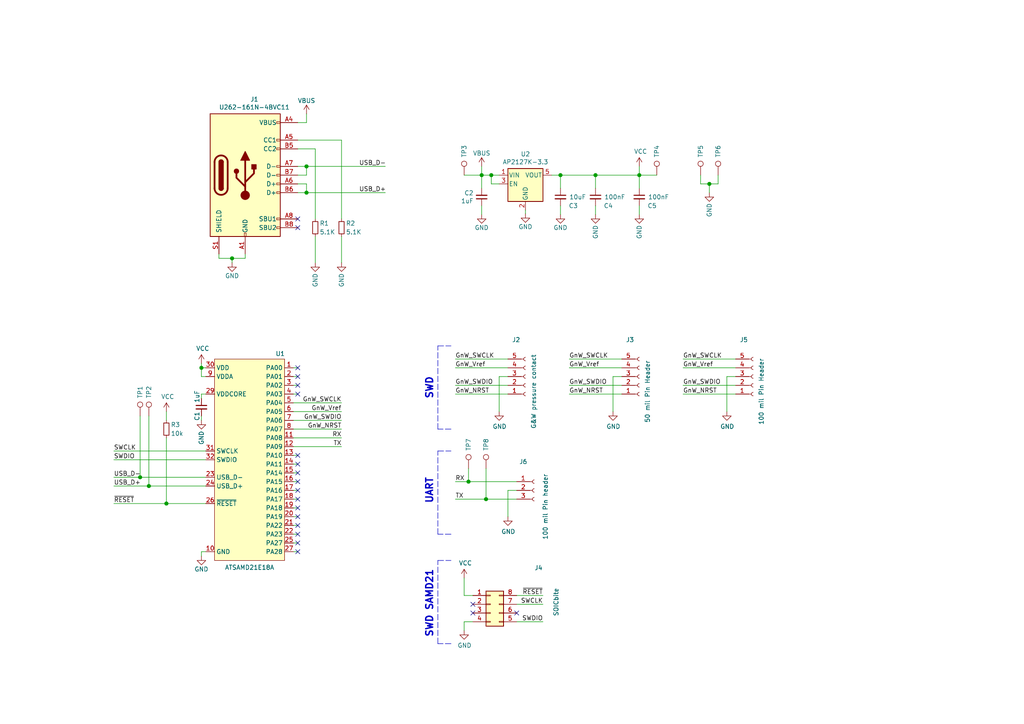
<source format=kicad_sch>
(kicad_sch (version 20201015) (generator eeschema)
  (paper "A4")
  (lib_symbols
    (symbol "ATSAMD21:ATSAMD21E18A"
      (property "Reference" "U" (at 7.62 30.48 0))
      (property "Value" "ATSAMD21E18A" (at 1.27 -31.75 0))
      (symbol "ATSAMD21E18A_0_1"
        (rectangle (start -10.16 29.21) (end 10.16 -29.21) (fill (type background)))
      )
      (symbol "ATSAMD21E18A_1_1"
        (pin bidirectional line (at 12.7 26.67 180) (length 2.54) (name "PA00") (number "1"))
        (pin power_in line (at -12.7 -26.67 0) (length 2.54) (name "GND") (number "10"))
        (pin bidirectional line (at 12.7 6.35 180) (length 2.54) (name "PA08") (number "11"))
        (pin bidirectional line (at 12.7 3.81 180) (length 2.54) (name "PA09") (number "12"))
        (pin bidirectional line (at 12.7 1.27 180) (length 2.54) (name "PA10") (number "13"))
        (pin bidirectional line (at 12.7 -1.27 180) (length 2.54) (name "PA11") (number "14"))
        (pin bidirectional line (at 12.7 -3.81 180) (length 2.54) (name "PA14") (number "15"))
        (pin bidirectional line (at 12.7 -6.35 180) (length 2.54) (name "PA15") (number "16"))
        (pin bidirectional line (at 12.7 -8.89 180) (length 2.54) (name "PA16") (number "17"))
        (pin bidirectional line (at 12.7 -11.43 180) (length 2.54) (name "PA17") (number "18"))
        (pin bidirectional line (at 12.7 -13.97 180) (length 2.54) (name "PA18") (number "19"))
        (pin bidirectional line (at 12.7 24.13 180) (length 2.54) (name "PA01") (number "2"))
        (pin bidirectional line (at 12.7 -16.51 180) (length 2.54) (name "PA19") (number "20"))
        (pin bidirectional line (at 12.7 -19.05 180) (length 2.54) (name "PA22") (number "21"))
        (pin bidirectional line (at 12.7 -21.59 180) (length 2.54) (name "PA23") (number "22"))
        (pin bidirectional line (at -12.7 -5.08 0) (length 2.54) (name "USB_D-") (number "23"))
        (pin bidirectional line (at -12.7 -7.62 0) (length 2.54) (name "USB_D+") (number "24"))
        (pin bidirectional line (at 12.7 -24.13 180) (length 2.54) (name "PA27") (number "25"))
        (pin input line (at -12.7 -12.7 0) (length 2.54) (name "~RESET~") (number "26"))
        (pin bidirectional line (at 12.7 -26.67 180) (length 2.54) (name "PA28") (number "27"))
        (pin passive line (at -12.7 -26.67 0) (length 2.54) hide (name "GND") (number "28"))
        (pin power_out line (at -12.7 19.05 0) (length 2.54) (name "VDDCORE") (number "29"))
        (pin bidirectional line (at 12.7 21.59 180) (length 2.54) (name "PA02") (number "3"))
        (pin power_in line (at -12.7 26.67 0) (length 2.54) (name "VDD") (number "30"))
        (pin input line (at -12.7 2.54 0) (length 2.54) (name "SWCLK") (number "31"))
        (pin bidirectional line (at -12.7 0 0) (length 2.54) (name "SWDIO") (number "32"))
        (pin bidirectional line (at 12.7 19.05 180) (length 2.54) (name "PA03") (number "4"))
        (pin bidirectional line (at 12.7 16.51 180) (length 2.54) (name "PA04") (number "5"))
        (pin bidirectional line (at 12.7 13.97 180) (length 2.54) (name "PA05") (number "6"))
        (pin bidirectional line (at 12.7 11.43 180) (length 2.54) (name "PA06") (number "7"))
        (pin bidirectional line (at 12.7 8.89 180) (length 2.54) (name "PA07") (number "8"))
        (pin power_in line (at -12.7 24.13 0) (length 2.54) (name "VDDA") (number "9"))
      )
    )
    (symbol "Connector:Conn_01x03_Female" (pin_names (offset 1.016) hide)
      (property "Reference" "J" (at 0 5.08 0))
      (property "Value" "Conn_01x03_Female" (at 0 -5.08 0))
      (symbol "Conn_01x03_Female_1_1"
        (arc (start 0 -2.032) (end 0 -3.048) (radius (at 0 -2.54) (length 0.508) (angles 90.1 -90.1)) (stroke (width 0.1524)))
        (arc (start 0 0.508) (end 0 -0.508) (radius (at 0 0) (length 0.508) (angles 90.1 -90.1)) (stroke (width 0.1524)))
        (arc (start 0 3.048) (end 0 2.032) (radius (at 0 2.54) (length 0.508) (angles 90.1 -90.1)) (stroke (width 0.1524)))
        (polyline (pts (xy -1.27 -2.54) (xy -0.508 -2.54)) (stroke (width 0.1524)))
        (polyline (pts (xy -1.27 0) (xy -0.508 0)) (stroke (width 0.1524)))
        (polyline (pts (xy -1.27 2.54) (xy -0.508 2.54)) (stroke (width 0.1524)))
        (pin passive line (at -5.08 2.54 0) (length 3.81) (name "Pin_1") (number "1"))
        (pin passive line (at -5.08 0 0) (length 3.81) (name "Pin_2") (number "2"))
        (pin passive line (at -5.08 -2.54 0) (length 3.81) (name "Pin_3") (number "3"))
      )
    )
    (symbol "Connector:Conn_01x05_Female" (pin_names (offset 1.016) hide)
      (property "Reference" "J" (at 0 7.62 0))
      (property "Value" "Conn_01x05_Female" (at 0 -7.62 0))
      (symbol "Conn_01x05_Female_1_1"
        (arc (start 0 -4.572) (end 0 -5.588) (radius (at 0 -5.08) (length 0.508) (angles 90.1 -90.1)) (stroke (width 0.1524)))
        (arc (start 0 -2.032) (end 0 -3.048) (radius (at 0 -2.54) (length 0.508) (angles 90.1 -90.1)) (stroke (width 0.1524)))
        (arc (start 0 0.508) (end 0 -0.508) (radius (at 0 0) (length 0.508) (angles 90.1 -90.1)) (stroke (width 0.1524)))
        (arc (start 0 3.048) (end 0 2.032) (radius (at 0 2.54) (length 0.508) (angles 90.1 -90.1)) (stroke (width 0.1524)))
        (arc (start 0 5.588) (end 0 4.572) (radius (at 0 5.08) (length 0.508) (angles 90.1 -90.1)) (stroke (width 0.1524)))
        (polyline (pts (xy -1.27 -5.08) (xy -0.508 -5.08)) (stroke (width 0.1524)))
        (polyline (pts (xy -1.27 -2.54) (xy -0.508 -2.54)) (stroke (width 0.1524)))
        (polyline (pts (xy -1.27 0) (xy -0.508 0)) (stroke (width 0.1524)))
        (polyline (pts (xy -1.27 2.54) (xy -0.508 2.54)) (stroke (width 0.1524)))
        (polyline (pts (xy -1.27 5.08) (xy -0.508 5.08)) (stroke (width 0.1524)))
        (pin passive line (at -5.08 5.08 0) (length 3.81) (name "Pin_1") (number "1"))
        (pin passive line (at -5.08 2.54 0) (length 3.81) (name "Pin_2") (number "2"))
        (pin passive line (at -5.08 0 0) (length 3.81) (name "Pin_3") (number "3"))
        (pin passive line (at -5.08 -2.54 0) (length 3.81) (name "Pin_4") (number "4"))
        (pin passive line (at -5.08 -5.08 0) (length 3.81) (name "Pin_5") (number "5"))
      )
    )
    (symbol "Connector:TestPoint" (pin_numbers hide) (pin_names (offset 0.762) hide)
      (property "Reference" "TP" (at 0 6.858 0))
      (property "Value" "TestPoint" (at 0 5.08 0))
      (symbol "TestPoint_0_1"
        (circle (center 0 3.302) (radius 0.762))
      )
      (symbol "TestPoint_1_1"
        (pin passive line (at 0 0 90) (length 2.54) (name "1") (number "1"))
      )
    )
    (symbol "Connector:USB_C_Receptacle_USB2.0" (pin_names (offset 1.016))
      (property "Reference" "J" (at -10.16 19.05 0))
      (property "Value" "USB_C_Receptacle_USB2.0" (at 19.05 19.05 0))
      (symbol "USB_C_Receptacle_USB2.0_0_0"
        (rectangle (start -0.254 -17.78) (end 0.254 -16.764))
        (rectangle (start 10.16 -14.986) (end 9.144 -15.494))
        (rectangle (start 10.16 -12.446) (end 9.144 -12.954))
        (rectangle (start 10.16 -4.826) (end 9.144 -5.334))
        (rectangle (start 10.16 -2.286) (end 9.144 -2.794))
        (rectangle (start 10.16 0.254) (end 9.144 -0.254))
        (rectangle (start 10.16 2.794) (end 9.144 2.286))
        (rectangle (start 10.16 7.874) (end 9.144 7.366))
        (rectangle (start 10.16 10.414) (end 9.144 9.906))
        (rectangle (start 10.16 15.494) (end 9.144 14.986))
      )
      (symbol "USB_C_Receptacle_USB2.0_0_1"
        (arc (start -8.89 -3.81) (end -5.08 -3.81) (radius (at -6.985 -3.81) (length 1.905) (angles -179.9 -0.1)) (stroke (width 0.508)))
        (arc (start -7.62 -3.81) (end -6.35 -3.81) (radius (at -6.985 -3.81) (length 0.635) (angles -179.9 -0.1)) (stroke (width 0.254)))
        (arc (start -7.62 -3.81) (end -6.35 -3.81) (radius (at -6.985 -3.81) (length 0.635) (angles -179.9 -0.1)) (stroke (width 0.254)) (fill (type outline)))
        (arc (start -6.35 3.81) (end -7.62 3.81) (radius (at -6.985 3.81) (length 0.635) (angles 0.1 179.9)) (stroke (width 0.254)) (fill (type outline)))
        (arc (start -6.35 3.81) (end -7.62 3.81) (radius (at -6.985 3.81) (length 0.635) (angles 0.1 179.9)) (stroke (width 0.254)))
        (arc (start -5.08 3.81) (end -8.89 3.81) (radius (at -6.985 3.81) (length 1.905) (angles 0.1 179.9)) (stroke (width 0.508)))
        (circle (center -2.54 1.143) (radius 0.635) (stroke (width 0.254)) (fill (type outline)))
        (circle (center 0 -5.842) (radius 1.27) (fill (type outline)))
        (rectangle (start -10.16 17.78) (end 10.16 -17.78) (stroke (width 0.254)) (fill (type background)))
        (rectangle (start -7.62 -3.81) (end -6.35 3.81) (stroke (width 0.254)) (fill (type outline)))
        (rectangle (start 1.905 1.778) (end 3.175 3.048) (stroke (width 0.254)) (fill (type outline)))
        (polyline (pts (xy -8.89 -3.81) (xy -8.89 3.81)) (stroke (width 0.508)))
        (polyline (pts (xy -5.08 3.81) (xy -5.08 -3.81)) (stroke (width 0.508)))
        (polyline (pts (xy 0 -5.842) (xy 0 4.318)) (stroke (width 0.508)))
        (polyline (pts (xy 0 -3.302) (xy -2.54 -0.762) (xy -2.54 0.508)) (stroke (width 0.508)))
        (polyline (pts (xy 0 -2.032) (xy 2.54 0.508) (xy 2.54 1.778)) (stroke (width 0.508)))
        (polyline (pts (xy -1.27 4.318) (xy 0 6.858) (xy 1.27 4.318) (xy -1.27 4.318)) (stroke (width 0.254)) (fill (type outline)))
      )
      (symbol "USB_C_Receptacle_USB2.0_1_1"
        (pin passive line (at 0 -22.86 90) (length 5.08) (name "GND") (number "A1"))
        (pin passive line (at 0 -22.86 90) (length 5.08) hide (name "GND") (number "A12"))
        (pin passive line (at 15.24 15.24 180) (length 5.08) (name "VBUS") (number "A4"))
        (pin bidirectional line (at 15.24 10.16 180) (length 5.08) (name "CC1") (number "A5"))
        (pin bidirectional line (at 15.24 -2.54 180) (length 5.08) (name "D+") (number "A6"))
        (pin bidirectional line (at 15.24 2.54 180) (length 5.08) (name "D-") (number "A7"))
        (pin bidirectional line (at 15.24 -12.7 180) (length 5.08) (name "SBU1") (number "A8"))
        (pin passive line (at 15.24 15.24 180) (length 5.08) hide (name "VBUS") (number "A9"))
        (pin passive line (at 0 -22.86 90) (length 5.08) hide (name "GND") (number "B1"))
        (pin passive line (at 0 -22.86 90) (length 5.08) hide (name "GND") (number "B12"))
        (pin passive line (at 15.24 15.24 180) (length 5.08) hide (name "VBUS") (number "B4"))
        (pin bidirectional line (at 15.24 7.62 180) (length 5.08) (name "CC2") (number "B5"))
        (pin bidirectional line (at 15.24 -5.08 180) (length 5.08) (name "D+") (number "B6"))
        (pin bidirectional line (at 15.24 0 180) (length 5.08) (name "D-") (number "B7"))
        (pin bidirectional line (at 15.24 -15.24 180) (length 5.08) (name "SBU2") (number "B8"))
        (pin passive line (at 15.24 15.24 180) (length 5.08) hide (name "VBUS") (number "B9"))
        (pin passive line (at -7.62 -22.86 90) (length 5.08) (name "SHIELD") (number "S1"))
      )
    )
    (symbol "Connector_Generic:Conn_02x04_Counter_Clockwise" (pin_names (offset 1.016) hide)
      (property "Reference" "J" (at 1.27 5.08 0))
      (property "Value" "Conn_02x04_Counter_Clockwise" (at 1.27 -7.62 0))
      (symbol "Conn_02x04_Counter_Clockwise_1_1"
        (rectangle (start -1.27 -4.953) (end 0 -5.207) (stroke (width 0.1524)))
        (rectangle (start -1.27 -2.413) (end 0 -2.667) (stroke (width 0.1524)))
        (rectangle (start -1.27 2.667) (end 0 2.413) (stroke (width 0.1524)))
        (rectangle (start -1.27 3.81) (end 3.81 -6.35) (stroke (width 0.254)) (fill (type background)))
        (rectangle (start -1.27 0.127) (end 0 -0.127) (stroke (width 0.1524)))
        (rectangle (start 3.81 -4.953) (end 2.54 -5.207) (stroke (width 0.1524)))
        (rectangle (start 3.81 -2.413) (end 2.54 -2.667) (stroke (width 0.1524)))
        (rectangle (start 3.81 2.667) (end 2.54 2.413) (stroke (width 0.1524)))
        (rectangle (start 3.81 0.127) (end 2.54 -0.127) (stroke (width 0.1524)))
        (pin passive line (at -5.08 2.54 0) (length 3.81) (name "Pin_1") (number "1"))
        (pin passive line (at -5.08 0 0) (length 3.81) (name "Pin_2") (number "2"))
        (pin passive line (at -5.08 -2.54 0) (length 3.81) (name "Pin_3") (number "3"))
        (pin passive line (at -5.08 -5.08 0) (length 3.81) (name "Pin_4") (number "4"))
        (pin passive line (at 7.62 -5.08 180) (length 3.81) (name "Pin_5") (number "5"))
        (pin passive line (at 7.62 -2.54 180) (length 3.81) (name "Pin_6") (number "6"))
        (pin passive line (at 7.62 0 180) (length 3.81) (name "Pin_7") (number "7"))
        (pin passive line (at 7.62 2.54 180) (length 3.81) (name "Pin_8") (number "8"))
      )
    )
    (symbol "Device:C_Small" (pin_numbers hide) (pin_names (offset 0.254) hide)
      (property "Reference" "C" (at 0.254 1.778 0))
      (property "Value" "C_Small" (at 0.254 -2.032 0))
      (symbol "C_Small_0_1"
        (polyline (pts (xy -1.524 -0.508) (xy 1.524 -0.508)) (stroke (width 0.3302)))
        (polyline (pts (xy -1.524 0.508) (xy 1.524 0.508)) (stroke (width 0.3048)))
      )
      (symbol "C_Small_1_1"
        (pin passive line (at 0 2.54 270) (length 2.032) (name "~") (number "1"))
        (pin passive line (at 0 -2.54 90) (length 2.032) (name "~") (number "2"))
      )
    )
    (symbol "Device:R_Small" (pin_numbers hide) (pin_names (offset 0.254) hide)
      (property "Reference" "R" (at 0.762 0.508 0))
      (property "Value" "R_Small" (at 0.762 -1.016 0))
      (symbol "R_Small_0_1"
        (rectangle (start -0.762 1.778) (end 0.762 -1.778) (stroke (width 0.2032)))
      )
      (symbol "R_Small_1_1"
        (pin passive line (at 0 2.54 270) (length 0.762) (name "~") (number "1"))
        (pin passive line (at 0 -2.54 90) (length 0.762) (name "~") (number "2"))
      )
    )
    (symbol "Regulator_Linear:AP2127K-3.3" (pin_names (offset 0.254))
      (property "Reference" "U" (at -5.08 5.715 0))
      (property "Value" "AP2127K-3.3" (at 0 5.715 0))
      (symbol "AP2127K-3.3_0_1"
        (rectangle (start -5.08 4.445) (end 5.08 -5.08) (stroke (width 0.254)) (fill (type background)))
      )
      (symbol "AP2127K-3.3_1_1"
        (pin power_in line (at -7.62 2.54 0) (length 2.54) (name "VIN") (number "1"))
        (pin power_in line (at 0 -7.62 90) (length 2.54) (name "GND") (number "2"))
        (pin input line (at -7.62 0 0) (length 2.54) (name "EN") (number "3"))
        (pin unconnected line (at 5.08 0 180) (length 2.54) hide (name "NC") (number "4"))
        (pin power_out line (at 7.62 2.54 180) (length 2.54) (name "VOUT") (number "5"))
      )
    )
    (symbol "power:GND" (power) (pin_names (offset 0))
      (property "Value" "GND" (at 0 -3.81 0))
      (symbol "GND_0_1"
        (polyline (pts (xy 0 0) (xy 0 -1.27) (xy 1.27 -1.27) (xy 0 -2.54) (xy -1.27 -1.27) (xy 0 -1.27)))
      )
      (symbol "GND_1_1"
        (pin power_in line (at 0 0 270) (length 0) hide (name "GND") (number "1"))
      )
    )
    (symbol "power:VBUS" (power) (pin_names (offset 0))
      (property "Value" "VBUS" (at 0 3.81 0))
      (symbol "VBUS_0_1"
        (polyline (pts (xy -0.762 1.27) (xy 0 2.54)))
        (polyline (pts (xy 0 0) (xy 0 2.54)))
        (polyline (pts (xy 0 2.54) (xy 0.762 1.27)))
      )
      (symbol "VBUS_1_1"
        (pin power_in line (at 0 0 90) (length 0) hide (name "VBUS") (number "1"))
      )
    )
    (symbol "power:VCC" (power) (pin_names (offset 0))
      (property "Value" "VCC" (at 0 3.81 0))
      (symbol "VCC_0_1"
        (polyline (pts (xy -0.762 1.27) (xy 0 2.54)))
        (polyline (pts (xy 0 0) (xy 0 2.54)))
        (polyline (pts (xy 0 2.54) (xy 0.762 1.27)))
      )
      (symbol "VCC_1_1"
        (pin power_in line (at 0 0 90) (length 0) hide (name "VCC") (number "1"))
      )
    )
  )
  (junction (at 40.64 138.43) (diameter 1.016))
  (junction (at 43.18 140.97) (diameter 1.016))
  (junction (at 48.26 146.05) (diameter 1.016))
  (junction (at 58.42 106.68) (diameter 1.016))
  (junction (at 67.31 74.93) (diameter 1.016))
  (junction (at 88.9 48.26) (diameter 1.016))
  (junction (at 88.9 55.88) (diameter 1.016))
  (junction (at 135.89 139.7) (diameter 1.016))
  (junction (at 139.7 50.8) (diameter 1.016))
  (junction (at 140.97 144.78) (diameter 1.016))
  (junction (at 142.494 50.8) (diameter 1.016))
  (junction (at 162.56 50.8) (diameter 1.016))
  (junction (at 172.72 50.8) (diameter 1.016))
  (junction (at 185.42 50.8) (diameter 1.016))
  (junction (at 205.74 53.34) (diameter 1.016))
  (no_connect (at 86.36 109.22))
  (no_connect (at 86.36 147.32))
  (no_connect (at 86.36 114.3))
  (no_connect (at 86.36 106.68))
  (no_connect (at 86.36 132.08))
  (no_connect (at 149.86 177.8))
  (no_connect (at 86.36 160.02))
  (no_connect (at 137.16 177.8))
  (no_connect (at 86.36 149.86))
  (no_connect (at 86.36 144.78))
  (no_connect (at 86.36 111.76))
  (no_connect (at 86.36 139.7))
  (no_connect (at 137.16 175.26))
  (no_connect (at 86.36 152.4))
  (no_connect (at 86.36 63.5))
  (no_connect (at 86.36 137.16))
  (no_connect (at 86.36 134.62))
  (no_connect (at 86.36 66.04))
  (no_connect (at 86.36 142.24))
  (no_connect (at 86.36 157.48))
  (no_connect (at 86.36 154.94))
  (wire (pts (xy 33.02 130.81) (xy 59.69 130.81)))
  (wire (pts (xy 33.02 133.35) (xy 59.69 133.35)))
  (wire (pts (xy 33.02 138.43) (xy 40.64 138.43)))
  (wire (pts (xy 33.02 140.97) (xy 43.18 140.97)))
  (wire (pts (xy 33.02 146.05) (xy 48.26 146.05)))
  (wire (pts (xy 40.64 120.65) (xy 40.64 138.43)))
  (wire (pts (xy 40.64 138.43) (xy 59.69 138.43)))
  (wire (pts (xy 43.18 120.65) (xy 43.18 140.97)))
  (wire (pts (xy 43.18 140.97) (xy 59.69 140.97)))
  (wire (pts (xy 48.26 119.38) (xy 48.26 121.92)))
  (wire (pts (xy 48.26 127) (xy 48.26 146.05)))
  (wire (pts (xy 48.26 146.05) (xy 59.69 146.05)))
  (wire (pts (xy 58.42 106.68) (xy 58.42 105.41)))
  (wire (pts (xy 58.42 109.22) (xy 58.42 106.68)))
  (wire (pts (xy 58.42 114.3) (xy 59.69 114.3)))
  (wire (pts (xy 58.42 115.57) (xy 58.42 114.3)))
  (wire (pts (xy 58.42 120.65) (xy 58.42 121.92)))
  (wire (pts (xy 58.42 160.02) (xy 58.42 161.29)))
  (wire (pts (xy 59.69 106.68) (xy 58.42 106.68)))
  (wire (pts (xy 59.69 109.22) (xy 58.42 109.22)))
  (wire (pts (xy 59.69 160.02) (xy 58.42 160.02)))
  (wire (pts (xy 63.5 73.66) (xy 63.5 74.93)))
  (wire (pts (xy 63.5 74.93) (xy 67.31 74.93)))
  (wire (pts (xy 67.31 74.93) (xy 67.31 76.2)))
  (wire (pts (xy 67.31 74.93) (xy 71.12 74.93)))
  (wire (pts (xy 71.12 74.93) (xy 71.12 73.66)))
  (wire (pts (xy 85.09 106.68) (xy 86.36 106.68)))
  (wire (pts (xy 85.09 109.22) (xy 86.36 109.22)))
  (wire (pts (xy 85.09 111.76) (xy 86.36 111.76)))
  (wire (pts (xy 85.09 114.3) (xy 86.36 114.3)))
  (wire (pts (xy 85.09 116.84) (xy 99.06 116.84)))
  (wire (pts (xy 85.09 119.38) (xy 99.06 119.38)))
  (wire (pts (xy 85.09 121.92) (xy 99.06 121.92)))
  (wire (pts (xy 85.09 124.46) (xy 99.06 124.46)))
  (wire (pts (xy 85.09 127) (xy 99.06 127)))
  (wire (pts (xy 85.09 129.54) (xy 99.06 129.54)))
  (wire (pts (xy 85.09 132.08) (xy 86.36 132.08)))
  (wire (pts (xy 85.09 134.62) (xy 86.36 134.62)))
  (wire (pts (xy 85.09 137.16) (xy 86.36 137.16)))
  (wire (pts (xy 85.09 139.7) (xy 86.36 139.7)))
  (wire (pts (xy 85.09 142.24) (xy 86.36 142.24)))
  (wire (pts (xy 85.09 144.78) (xy 86.36 144.78)))
  (wire (pts (xy 85.09 147.32) (xy 86.36 147.32)))
  (wire (pts (xy 85.09 149.86) (xy 86.36 149.86)))
  (wire (pts (xy 85.09 152.4) (xy 86.36 152.4)))
  (wire (pts (xy 85.09 154.94) (xy 86.36 154.94)))
  (wire (pts (xy 85.09 157.48) (xy 86.36 157.48)))
  (wire (pts (xy 85.09 160.02) (xy 86.36 160.02)))
  (wire (pts (xy 86.36 35.56) (xy 88.9 35.56)))
  (wire (pts (xy 86.36 40.64) (xy 99.06 40.64)))
  (wire (pts (xy 86.36 43.18) (xy 91.44 43.18)))
  (wire (pts (xy 86.36 48.26) (xy 88.9 48.26)))
  (wire (pts (xy 86.36 50.8) (xy 88.9 50.8)))
  (wire (pts (xy 86.36 53.34) (xy 88.9 53.34)))
  (wire (pts (xy 86.36 55.88) (xy 88.9 55.88)))
  (wire (pts (xy 88.9 35.56) (xy 88.9 33.02)))
  (wire (pts (xy 88.9 48.26) (xy 88.9 50.8)))
  (wire (pts (xy 88.9 48.26) (xy 111.76 48.26)))
  (wire (pts (xy 88.9 53.34) (xy 88.9 55.88)))
  (wire (pts (xy 88.9 55.88) (xy 111.76 55.88)))
  (wire (pts (xy 91.44 43.18) (xy 91.44 63.5)))
  (wire (pts (xy 91.44 68.58) (xy 91.44 76.2)))
  (wire (pts (xy 99.06 40.64) (xy 99.06 63.5)))
  (wire (pts (xy 99.06 68.58) (xy 99.06 76.2)))
  (wire (pts (xy 132.08 104.14) (xy 147.32 104.14)))
  (wire (pts (xy 132.08 106.68) (xy 147.32 106.68)))
  (wire (pts (xy 132.08 111.76) (xy 147.32 111.76)))
  (wire (pts (xy 132.08 114.3) (xy 147.32 114.3)))
  (wire (pts (xy 132.08 139.7) (xy 135.89 139.7)))
  (wire (pts (xy 132.08 144.78) (xy 140.97 144.78)))
  (wire (pts (xy 134.62 50.8) (xy 139.7 50.8)))
  (wire (pts (xy 134.62 172.72) (xy 134.62 167.64)))
  (wire (pts (xy 134.62 180.34) (xy 137.16 180.34)))
  (wire (pts (xy 134.62 182.88) (xy 134.62 180.34)))
  (wire (pts (xy 135.89 135.89) (xy 135.89 139.7)))
  (wire (pts (xy 135.89 139.7) (xy 149.86 139.7)))
  (wire (pts (xy 137.16 172.72) (xy 134.62 172.72)))
  (wire (pts (xy 139.7 50.8) (xy 139.7 48.26)))
  (wire (pts (xy 139.7 50.8) (xy 139.7 54.61)))
  (wire (pts (xy 139.7 50.8) (xy 142.494 50.8)))
  (wire (pts (xy 139.7 59.69) (xy 139.7 62.23)))
  (wire (pts (xy 140.97 135.89) (xy 140.97 144.78)))
  (wire (pts (xy 140.97 144.78) (xy 149.86 144.78)))
  (wire (pts (xy 142.494 50.8) (xy 142.494 53.34)))
  (wire (pts (xy 142.494 50.8) (xy 144.78 50.8)))
  (wire (pts (xy 142.494 53.34) (xy 144.78 53.34)))
  (wire (pts (xy 144.78 109.22) (xy 144.78 119.38)))
  (wire (pts (xy 147.32 109.22) (xy 144.78 109.22)))
  (wire (pts (xy 147.32 142.24) (xy 147.32 149.86)))
  (wire (pts (xy 149.86 142.24) (xy 147.32 142.24)))
  (wire (pts (xy 149.86 172.72) (xy 157.48 172.72)))
  (wire (pts (xy 149.86 175.26) (xy 157.48 175.26)))
  (wire (pts (xy 149.86 180.34) (xy 157.48 180.34)))
  (wire (pts (xy 152.4 60.96) (xy 152.4 61.976)))
  (wire (pts (xy 160.02 50.8) (xy 162.56 50.8)))
  (wire (pts (xy 162.56 50.8) (xy 162.56 54.61)))
  (wire (pts (xy 162.56 50.8) (xy 172.72 50.8)))
  (wire (pts (xy 162.56 59.69) (xy 162.56 62.23)))
  (wire (pts (xy 165.1 104.14) (xy 180.34 104.14)))
  (wire (pts (xy 165.1 106.68) (xy 180.34 106.68)))
  (wire (pts (xy 165.1 111.76) (xy 180.34 111.76)))
  (wire (pts (xy 165.1 114.3) (xy 180.34 114.3)))
  (wire (pts (xy 172.72 50.8) (xy 172.72 54.61)))
  (wire (pts (xy 172.72 50.8) (xy 185.42 50.8)))
  (wire (pts (xy 172.72 59.69) (xy 172.72 62.23)))
  (wire (pts (xy 177.8 109.22) (xy 177.8 119.38)))
  (wire (pts (xy 180.34 109.22) (xy 177.8 109.22)))
  (wire (pts (xy 185.42 48.26) (xy 185.42 50.8)))
  (wire (pts (xy 185.42 50.8) (xy 185.42 54.61)))
  (wire (pts (xy 185.42 50.8) (xy 190.5 50.8)))
  (wire (pts (xy 185.42 59.69) (xy 185.42 62.23)))
  (wire (pts (xy 198.12 104.14) (xy 213.36 104.14)))
  (wire (pts (xy 198.12 106.68) (xy 213.36 106.68)))
  (wire (pts (xy 198.12 111.76) (xy 213.36 111.76)))
  (wire (pts (xy 198.12 114.3) (xy 213.36 114.3)))
  (wire (pts (xy 203.2 50.8) (xy 203.2 53.34)))
  (wire (pts (xy 203.2 53.34) (xy 205.74 53.34)))
  (wire (pts (xy 205.74 53.34) (xy 205.74 55.88)))
  (wire (pts (xy 205.74 53.34) (xy 208.28 53.34)))
  (wire (pts (xy 208.28 50.8) (xy 208.28 53.34)))
  (wire (pts (xy 210.82 109.22) (xy 210.82 119.38)))
  (wire (pts (xy 213.36 109.22) (xy 210.82 109.22)))
  (polyline (pts (xy 127 100.33) (xy 130.81 100.33)) (stroke (width 0) (type dash)))
  (polyline (pts (xy 127 124.46) (xy 127 100.33)) (stroke (width 0) (type dash)))
  (polyline (pts (xy 127 130.81) (xy 130.81 130.81)) (stroke (width 0) (type dash)))
  (polyline (pts (xy 127 154.94) (xy 127 130.81)) (stroke (width 0) (type dash)))
  (polyline (pts (xy 127 162.56) (xy 130.81 162.56)) (stroke (width 0) (type dash)))
  (polyline (pts (xy 127 186.69) (xy 127 162.56)) (stroke (width 0) (type dash)))
  (polyline (pts (xy 130.81 124.46) (xy 127 124.46)) (stroke (width 0) (type dash)))
  (polyline (pts (xy 130.81 154.94) (xy 127 154.94)) (stroke (width 0) (type dash)))
  (polyline (pts (xy 130.81 186.69) (xy 127 186.69)) (stroke (width 0) (type dash)))
  (text "SWD" (at 125.73 109.22 270) (effects (font (size 2 2) (thickness 0.4) bold) (justify right bottom)))
  (text "UART" (at 125.73 138.43 270) (effects (font (size 2 2) (thickness 0.4) bold) (justify right bottom)))
  (text "SWD SAMD21" (at 125.73 165.1 270) (effects (font (size 2 2) (thickness 0.4) bold) (justify right bottom)))
  (label "SWCLK" (at 33.02 130.81 0))
  (label "SWDIO" (at 33.02 133.35 0))
  (label "USB_D-" (at 33.02 138.43 0))
  (label "USB_D+" (at 33.02 140.97 0))
  (label "~RESET~" (at 33.02 146.05 0))
  (label "GnW_SWCLK" (at 99.06 116.84 180))
  (label "GnW_Vref" (at 99.06 119.38 180))
  (label "GnW_SWDIO" (at 99.06 121.92 180))
  (label "GnW_NRST" (at 99.06 124.46 180))
  (label "RX" (at 99.06 127 180))
  (label "TX" (at 99.06 129.54 180))
  (label "USB_D-" (at 104.14 48.26 0))
  (label "USB_D+" (at 104.14 55.88 0))
  (label "GnW_SWCLK" (at 132.08 104.14 0))
  (label "GnW_Vref" (at 132.08 106.68 0))
  (label "GnW_SWDIO" (at 132.08 111.76 0))
  (label "GnW_NRST" (at 132.08 114.3 0))
  (label "RX" (at 132.08 139.7 0))
  (label "TX" (at 132.08 144.78 0))
  (label "~RESET~" (at 157.48 172.72 180))
  (label "SWCLK" (at 157.48 175.26 180))
  (label "SWDIO" (at 157.48 180.34 180))
  (label "GnW_SWCLK" (at 165.1 104.14 0))
  (label "GnW_Vref" (at 165.1 106.68 0))
  (label "GnW_SWDIO" (at 165.1 111.76 0))
  (label "GnW_NRST" (at 165.1 114.3 0))
  (label "GnW_SWCLK" (at 198.12 104.14 0))
  (label "GnW_Vref" (at 198.12 106.68 0))
  (label "GnW_SWDIO" (at 198.12 111.76 0))
  (label "GnW_NRST" (at 198.12 114.3 0))
  (symbol (lib_id "Connector:TestPoint") (at 40.64 120.65 0) (unit 1)
    (property "Reference" "TP1" (at 40.64 115.57 90) (effects (justify left)))
    (property "Value" "TP_USB_D+" (effects hide))
    (property "Footprint" "GnW_SWD:TestPoint_Pad_D1.0mm" (effects hide))
  )
  (symbol (lib_id "Connector:TestPoint") (at 43.18 120.65 0) (unit 1)
    (property "Reference" "TP2" (at 43.18 115.57 90) (effects (justify left)))
    (property "Value" "TP_USB_D-" (effects hide))
    (property "Footprint" "GnW_SWD:TestPoint_Pad_D1.0mm" (effects hide))
  )
  (symbol (lib_id "Connector:TestPoint") (at 134.62 50.8 0) (unit 1)
    (property "Reference" "TP3" (at 134.62 45.72 90) (effects (justify left)))
    (property "Value" "TP_USB_D+" (effects hide))
    (property "Footprint" "GnW_SWD:TestPoint_Pad_D1.0mm" (effects hide))
  )
  (symbol (lib_id "Connector:TestPoint") (at 135.89 135.89 0) (unit 1)
    (property "Reference" "TP7" (at 135.89 130.81 90) (effects (justify left)))
    (property "Value" "TP_USB_D+" (effects hide))
    (property "Footprint" "GnW_SWD:TestPoint_Pad_D1.0mm" (effects hide))
  )
  (symbol (lib_id "Connector:TestPoint") (at 140.97 135.89 0) (unit 1)
    (property "Reference" "TP8" (at 140.97 130.81 90) (effects (justify left)))
    (property "Value" "TP_USB_D+" (effects hide))
    (property "Footprint" "GnW_SWD:TestPoint_Pad_D1.0mm" (effects hide))
  )
  (symbol (lib_id "Connector:TestPoint") (at 190.5 50.8 0) (unit 1)
    (property "Reference" "TP4" (at 190.5 45.72 90) (effects (justify left)))
    (property "Value" "TP_USB_D+" (effects hide))
    (property "Footprint" "GnW_SWD:TestPoint_Pad_D1.0mm" (effects hide))
  )
  (symbol (lib_id "Connector:TestPoint") (at 203.2 50.8 0) (unit 1)
    (property "Reference" "TP5" (at 203.2 45.72 90) (effects (justify left)))
    (property "Value" "TP_USB_D+" (effects hide))
    (property "Footprint" "GnW_SWD:TestPoint_Pad_D1.0mm" (effects hide))
  )
  (symbol (lib_id "Connector:TestPoint") (at 208.28 50.8 0) (unit 1)
    (property "Reference" "TP6" (at 208.28 45.72 90) (effects (justify left)))
    (property "Value" "TP_USB_D+" (effects hide))
    (property "Footprint" "GnW_SWD:TestPoint_Pad_D1.0mm" (effects hide))
  )
  (symbol (lib_id "power:VCC") (at 48.26 119.38 0) (unit 1)
    (property "Reference" "#PWR018" (effects hide))
    (property "Value" "VCC" (at 48.6283 115.0556 0))
  )
  (symbol (lib_id "power:VCC") (at 58.42 105.41 0) (unit 1)
    (property "Reference" "#PWR01" (effects hide))
    (property "Value" "VCC" (at 58.7883 101.0856 0))
  )
  (symbol (lib_id "power:VBUS") (at 88.9 33.02 0) (unit 1)
    (property "Reference" "#PWR05" (effects hide))
    (property "Value" "VBUS" (at 88.9 29.21 0))
  )
  (symbol (lib_id "power:VCC") (at 134.62 167.64 0) (unit 1)
    (property "Reference" "#PWR016" (effects hide))
    (property "Value" "VCC" (at 134.9883 163.3156 0))
  )
  (symbol (lib_id "power:VBUS") (at 139.7 48.26 0) (unit 1)
    (property "Reference" "#PWR07" (effects hide))
    (property "Value" "VBUS" (at 139.7 44.45 0))
  )
  (symbol (lib_id "power:VCC") (at 185.42 48.26 0) (unit 1)
    (property "Reference" "#PWR012" (effects hide))
    (property "Value" "VCC" (at 185.7883 43.9356 0))
  )
  (symbol (lib_id "power:GND") (at 58.42 121.92 0) (unit 1)
    (property "Reference" "#PWR02" (effects hide))
    (property "Value" "GND" (at 58.42 127 90))
  )
  (symbol (lib_id "power:GND") (at 58.42 161.29 0) (unit 1)
    (property "Reference" "#PWR03" (effects hide))
    (property "Value" "GND" (at 58.42 165.1 0))
  )
  (symbol (lib_id "power:GND") (at 67.31 76.2 0) (unit 1)
    (property "Reference" "#PWR04" (effects hide))
    (property "Value" "GND" (at 67.31 80.01 0))
  )
  (symbol (lib_id "power:GND") (at 91.44 76.2 0) (unit 1)
    (property "Reference" "#PWR06" (effects hide))
    (property "Value" "GND" (at 91.44 81.28 90))
  )
  (symbol (lib_id "power:GND") (at 99.06 76.2 0) (unit 1)
    (property "Reference" "#PWR0104" (effects hide))
    (property "Value" "GND" (at 99.06 81.28 90))
  )
  (symbol (lib_id "power:GND") (at 134.62 182.88 0) (unit 1)
    (property "Reference" "#PWR017" (effects hide))
    (property "Value" "GND" (at 134.7343 187.2044 0))
  )
  (symbol (lib_id "power:GND") (at 139.7 62.23 0) (unit 1)
    (property "Reference" "#PWR08" (effects hide))
    (property "Value" "GND" (at 139.7 66.04 0))
  )
  (symbol (lib_id "power:GND") (at 144.78 119.38 0) (unit 1)
    (property "Reference" "#PWR09" (effects hide))
    (property "Value" "GND" (at 144.8943 123.7044 0))
  )
  (symbol (lib_id "power:GND") (at 147.32 149.86 0) (unit 1)
    (property "Reference" "#PWR0101" (effects hide))
    (property "Value" "GND" (at 147.4343 154.1844 0))
  )
  (symbol (lib_id "power:GND") (at 152.4 61.976 0) (unit 1)
    (property "Reference" "#PWR010" (effects hide))
    (property "Value" "GND" (at 152.4 65.786 0))
  )
  (symbol (lib_id "power:GND") (at 162.56 62.23 0) (unit 1)
    (property "Reference" "#PWR011" (effects hide))
    (property "Value" "GND" (at 162.56 66.04 0))
  )
  (symbol (lib_id "power:GND") (at 172.72 62.23 0) (unit 1)
    (property "Reference" "#PWR013" (effects hide))
    (property "Value" "GND" (at 172.72 67.31 90))
  )
  (symbol (lib_id "power:GND") (at 177.8 119.38 0) (unit 1)
    (property "Reference" "#PWR0103" (effects hide))
    (property "Value" "GND" (at 177.9143 123.7044 0))
  )
  (symbol (lib_id "power:GND") (at 185.42 62.23 0) (unit 1)
    (property "Reference" "#PWR014" (effects hide))
    (property "Value" "GND" (at 185.42 67.31 90))
  )
  (symbol (lib_id "power:GND") (at 205.74 55.88 0) (unit 1)
    (property "Reference" "#PWR015" (effects hide))
    (property "Value" "GND" (at 205.74 60.96 90))
  )
  (symbol (lib_id "power:GND") (at 210.82 119.38 0) (unit 1)
    (property "Reference" "#PWR0102" (effects hide))
    (property "Value" "GND" (at 210.9343 123.7044 0))
  )
  (symbol (lib_id "Device:R_Small") (at 48.26 124.46 180) (unit 1)
    (property "Reference" "R3" (at 49.53 123.19 0) (effects (justify right)))
    (property "Value" "10k" (at 49.53 125.73 0) (effects (justify right)))
    (property "Footprint" "Resistor_SMD:R_0402_1005Metric" (effects hide))
    (property "Datasheet" "https://datasheet.lcsc.com/szlcsc/1811091923_UNI-ROYAL-Uniroyal-Elec-0402WGJ0103TCE_C25531.pdf" (effects hide))
    (property "Manufacturer" "Uniroyal Elec" (effects hide))
    (property "MFR.Part #" "0402WGJ0103TCE" (effects hide))
    (property "LCSC Part #" "C25531" (effects hide))
  )
  (symbol (lib_id "Device:R_Small") (at 91.44 66.04 180) (unit 1)
    (property "Reference" "R1" (at 92.71 64.77 0) (effects (justify right)))
    (property "Value" "5.1K" (at 92.71 67.31 0) (effects (justify right)))
    (property "Footprint" "Resistor_SMD:R_0402_1005Metric" (effects hide))
    (property "Datasheet" "https://datasheet.lcsc.com/szlcsc/Uniroyal-Elec-0402WGF5101TCE_C25905.pdf" (effects hide))
    (property "Manufacturer" "Uniroyal Elec" (effects hide))
    (property "MFR.Part #" "0402WGF5101TCE" (effects hide))
    (property "LCSC Part #" "C25905" (effects hide))
  )
  (symbol (lib_id "Device:R_Small") (at 99.06 66.04 180) (unit 1)
    (property "Reference" "R2" (at 100.33 64.77 0) (effects (justify right)))
    (property "Value" "5.1K" (at 100.33 67.31 0) (effects (justify right)))
    (property "Footprint" "Resistor_SMD:R_0402_1005Metric" (effects hide))
    (property "Datasheet" "https://datasheet.lcsc.com/szlcsc/Uniroyal-Elec-0402WGF5101TCE_C25905.pdf" (effects hide))
    (property "Manufacturer" "Uniroyal Elec" (effects hide))
    (property "MFR.Part #" "0402WGF5101TCE" (effects hide))
    (property "LCSC Part #" "C25905" (effects hide))
  )
  (symbol (lib_id "Device:C_Small") (at 58.42 118.11 0) (unit 1)
    (property "Reference" "C1" (at 57.15 119.38 90) (effects (justify right)))
    (property "Value" "1uF" (at 57.15 116.84 90) (effects (justify left)))
    (property "Footprint" "Capacitor_SMD:C_0402_1005Metric" (effects hide))
    (property "Datasheet" "https://datasheet.lcsc.com/szlcsc/Samsung-Electro-Mechanics-CL05A105KA5NQNC_C52923.pdf" (effects hide))
    (property "Manufacturer" "Samsung Electro-Mechanics" (effects hide))
    (property "MFR.Part #" "CL05A105KA5NQNC" (effects hide))
    (property "LCSC Part #" "C52923" (effects hide))
  )
  (symbol (lib_id "Device:C_Small") (at 139.7 57.15 0) (mirror x) (unit 1)
    (property "Reference" "C2" (at 137.3632 55.9816 0) (effects (justify right)))
    (property "Value" "1uF" (at 137.3632 58.293 0) (effects (justify right)))
    (property "Footprint" "Capacitor_SMD:C_0402_1005Metric" (effects hide))
    (property "Datasheet" "https://datasheet.lcsc.com/szlcsc/Samsung-Electro-Mechanics-CL05A105KA5NQNC_C52923.pdf" (effects hide))
    (property "Manufacturer" "Samsung Electro-Mechanics" (effects hide))
    (property "MFR.Part #" "CL05A105KA5NQNC" (effects hide))
    (property "LCSC Part #" "C52923" (effects hide))
  )
  (symbol (lib_id "Device:C_Small") (at 162.56 57.15 0) (unit 1)
    (property "Reference" "C3" (at 167.64 59.69 0) (effects (justify right)))
    (property "Value" "10uF" (at 165.1 57.15 0) (effects (justify left)))
    (property "Footprint" "Capacitor_SMD:C_0402_1005Metric" (effects hide))
    (property "Datasheet" "Samsung-Electro-Mechanics-CL05A106MQ5NUNC_C15525.pdf" (effects hide))
    (property "Manufacturer" "Samsung Electro-Mechanics" (effects hide))
    (property "MFR.Part #" "CL05A106MQ5NUNC" (effects hide))
    (property "LCSC Part #" "C15525" (effects hide))
  )
  (symbol (lib_id "Device:C_Small") (at 172.72 57.15 0) (unit 1)
    (property "Reference" "C4" (at 177.8 59.69 0) (effects (justify right)))
    (property "Value" "100nF" (at 175.26 57.15 0) (effects (justify left)))
    (property "Footprint" "Capacitor_SMD:C_0402_1005Metric" (effects hide))
    (property "Datasheet" "https://datasheet.lcsc.com/szlcsc/Samsung-Electro-Mechanics-CL05B104KO5NNNC_C1525.pdf" (effects hide))
    (property "Manufacturer" "Samsung Electro-Mechanics" (effects hide))
    (property "MFR.Part #" "CL05B104KO5NNNC" (effects hide))
    (property "LCSC Part #" "C1525" (effects hide))
  )
  (symbol (lib_id "Device:C_Small") (at 185.42 57.15 0) (unit 1)
    (property "Reference" "C5" (at 190.5 59.69 0) (effects (justify right)))
    (property "Value" "100nF" (at 187.96 57.15 0) (effects (justify left)))
    (property "Footprint" "Capacitor_SMD:C_0402_1005Metric" (effects hide))
    (property "Datasheet" "C1525" (effects hide))
    (property "Manufacturer" "Samsung Electro-Mechanics" (effects hide))
    (property "MFR.Part #" "CL05B104KO5NNNC" (effects hide))
    (property "LCSC Part #" "C1525" (effects hide))
  )
  (symbol (lib_id "Connector:Conn_01x03_Female") (at 154.94 142.24 0) (unit 1)
    (property "Reference" "J6" (at 150.5713 133.9278 0) (effects (justify left)))
    (property "Value" "100 mil Pin header" (at 158.191 156.547 90) (effects (justify left)))
    (property "Footprint" "GnW_SWD:PinHeader_1x03_P2.45mm_edge" (effects hide))
  )
  (symbol (lib_id "Connector:Conn_01x05_Female") (at 152.4 109.22 0) (mirror x) (unit 1)
    (property "Reference" "J2" (at 149.7076 98.5582 0))
    (property "Value" "G&W pressure contact " (at 154.7876 113.5569 90))
    (property "Footprint" "GnW_SWD:GnW_SWD" (effects hide))
  )
  (symbol (lib_id "Connector:Conn_01x05_Female") (at 185.42 109.22 0) (mirror x) (unit 1)
    (property "Reference" "J3" (at 182.7276 98.5582 0))
    (property "Value" "50 mil Pin Header" (at 187.808 113.557 90))
    (property "Footprint" "GnW_SWD:PinHeader_1x05_P1.27mm_Vertical" (effects hide))
  )
  (symbol (lib_id "Connector:Conn_01x05_Female") (at 218.44 109.22 0) (mirror x) (unit 1)
    (property "Reference" "J5" (at 215.7476 98.5582 0))
    (property "Value" "100 mil Pin Header" (at 220.828 113.557 90))
    (property "Footprint" "GnW_SWD:PinHeader_1x05_P2.45mm_edge" (effects hide))
  )
  (symbol (lib_id "Connector_Generic:Conn_02x04_Counter_Clockwise") (at 142.24 175.26 0) (unit 1)
    (property "Reference" "J4" (at 156.21 164.6998 0))
    (property "Value" "SOICbite" (at 161.29 174.619 90))
    (property "Footprint" "SOICbite:SOIC_clipProgSmall" (effects hide))
  )
  (symbol (lib_id "Regulator_Linear:AP2127K-3.3") (at 152.4 53.34 0) (unit 1)
    (property "Reference" "U2" (at 152.4 44.6848 0))
    (property "Value" "AP2127K-3.3" (at 152.4 46.9835 0))
    (property "Footprint" "Package_TO_SOT_SMD:SOT-23-5" (effects hide))
    (property "Datasheet" "https://www.diodes.com/assets/Datasheets/AP2127.pdf" (effects hide))
    (property "Manufacturer" "Diodes Incorporated" (effects hide))
    (property "MFR.Part #" "AP2127K-3.3TRG1" (effects hide))
    (property "LCSC Part #" "C156285" (effects hide))
  )
  (symbol (lib_id "Connector:USB_C_Receptacle_USB2.0") (at 71.12 50.8 0) (unit 1)
    (property "Reference" "J1" (at 73.787 28.8098 0))
    (property "Value" "U262-161N-4BVC11" (at 73.787 31.1085 0))
    (property "Footprint" "Connector_USB:USB_C_Receptacle_XKB_U262-16XN-4BVC11" (effects hide))
    (property "Datasheet" "https://datasheet.lcsc.com/szlcsc/2002271811_XKB-Connectivity-U262-161N-4BVC11_C319148.pdf" (effects hide))
    (property "Manufacturer" "XKB Connectivity" (effects hide))
    (property "Mfr.Part #" "U262-161N-4BVC11" (effects hide))
    (property "LCSC Part #" "C319148" (effects hide))
  )
  (symbol (lib_id "ATSAMD21:ATSAMD21E18A") (at 72.39 133.35 0) (unit 1)
    (property "Reference" "U1" (at 81.28 102.597 0))
    (property "Value" "ATSAMD21E18A" (at 72.39 164.5855 0))
    (property "Footprint" "Package_DFN_QFN:QFN-32-1EP_5x5mm_P0.5mm_EP3.6x3.6mm" (effects hide))
    (property "Datasheet" "https://datasheet.lcsc.com/szlcsc/Microchip-Tech-ATSAMD21E18A-MU_C220692.pdf" (effects hide))
    (property "Manufacturer" "Microchip Tech" (effects hide))
    (property "MFR.Part #" "ATSAMD21E18A-MU" (effects hide))
    (property "LCSC Part #" "C220692" (effects hide))
  )
)
</source>
